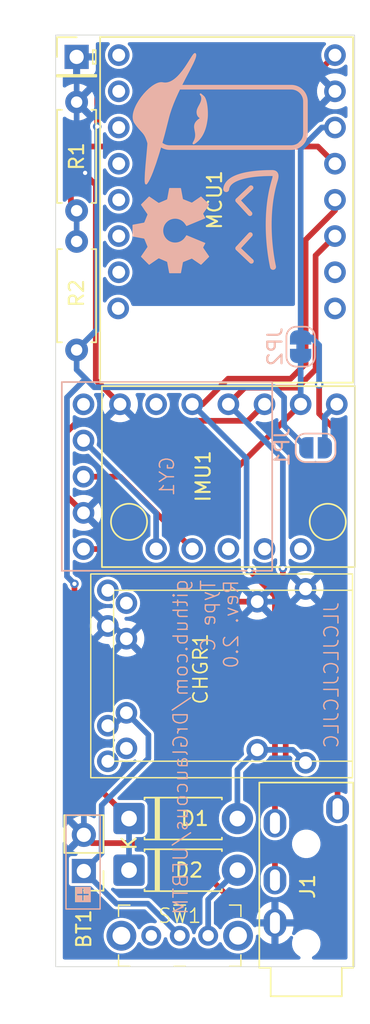
<source format=kicad_pcb>
(kicad_pcb (version 20241229) (generator "pcbnew") (generator_version "9.0")
  (layers (0 "F.Cu" signal) (2 "B.Cu" signal) (13 "F.Paste" user) (15 "B.Paste" user) (5 "F.SilkS" user "F.Silkscreen") (7 "B.SilkS" user "B.Silkscreen") (1 "F.Mask" user) (3 "B.Mask" user) (25 "Edge.Cuts" user))
  (net 0 "")
  (net 1 "SDA_1")
  (net 2 "ESP32_3V3")
  (net 3 "SCL_1")
  (net 4 "GND")
  (net 5 "+BATT")
  (net 6 "/5_VIN_LX")
  (net 9 "ESP32_5V5")
  (net 10 "Net-(D2-A)")
  (net 11 "Net-(GY1-VIN)")
  (net 12 "Net-(GY1-SCL)")
  (net 13 "Net-(GY1-SDA)")
  (net 19 "Net-(IMU1-VIN)")
  (net 26 "BATTERY_READER")
  (footprint "Connector_PinHeader_2.54mm:PinHeader_1x01_P2.54mm_Vertical" (layer "F.Cu") (at 106.553 25.908)
    (property "Reference" "BT-2" (hide yes))
    (property "Value" "Battery anode")
  )
  (footprint "My_Library:SK12D07VG4" (layer "F.Cu") (at 113.8 87.6)
    (property "Reference" "SW1")
    (property "Value" "SW_SPDT")
  )
  (footprint "My_Library:GY-BMI160" (layer "F.Cu") (at 117.221 55.372 -90)
    (property "Reference" "IMU1")
    (property "Value" "~")
  )
  (footprint "My_Library:PJ-320A" (layer "F.Cu") (at 120.494 91.85 90)
    (property "Reference" "J1")
    (property "Value" "TRRS Connector 3.5")
  )
  (footprint "Diode_THT:D_DO-41_SOD81_P7.62mm_Horizontal" (layer "F.Cu") (at 110.236 83)
    (property "Reference" "D2")
    (property "Value" "D_1N5817")
  )
  (footprint "Resistor_THT:R_Axial_DIN0207_L6.3mm_D2.5mm_P7.62mm_Horizontal" (layer "F.Cu") (at 106.553 38.862 -90)
    (property "Reference" "R2")
    (property "Value" "200K")
  )
  (footprint "My_Library:LX-LBES-Big" (layer "F.Cu") (at 107.49598 76.556462 180)
    (property "Reference" "CHGR2" (hide yes))
    (property "Value" "~")
  )
  (footprint "My_Library:LX_LBES" (layer "F.Cu") (at 109.15 75.35 180)
    (property "Reference" "CHGR1" (hide yes))
    (property "Value" "~" (hide yes))
  )
  (footprint "Connector_PinHeader_2.54mm:PinHeader_1x02_P2.54mm_Vertical" (layer "F.Cu") (at 107.061 83.058 180)
    (property "Reference" "BT1")
    (property "Value" "Battery")
  )
  (footprint "Diode_THT:D_DO-41_SOD81_P7.62mm_Horizontal" (layer "F.Cu") (at 110.236 79.375)
    (property "Reference" "D1")
    (property "Value" "D_1N5817 / 4.8v Zener?")
  )
  (footprint "Resistor_THT:R_Axial_DIN0207_L6.3mm_D2.5mm_P7.62mm_Horizontal" (layer "F.Cu") (at 106.553 29.083 -90)
    (property "Reference" "R1")
    (property "Value" "200K")
  )
  (footprint "Espressif:ESP32-C3-Mini-V1" (layer "F.Cu") (at 117.094 35.945)
    (property "Reference" "MCU1")
    (property "Value" "~")
  )
  (footprint "My_Library:GY-271" (layer "B.Cu") (at 112.036656 55.377212)
    (property "Reference" "GY1")
    (property "Value" "~")
  )
  (footprint "Jumper:SolderJumper-2_P1.3mm_Bridged_RoundedPad1.0x1.5mm" (layer "B.Cu") (at 122.3 46.25 -90)
    (property "Reference" "JP2")
    (property "Value" "3v3 in")
  )
  (footprint "Jumper:SolderJumper-2_P1.3mm_Open_RoundedPad1.0x1.5mm" (layer "B.Cu") (at 123.35 53.35 180)
    (property "Reference" "JP1")
    (property "Value" "5v in")
  )
  (gr_line (start 117.877592 35.978453) (end 118.811749 35.093462) (stroke (width 0.334821)) (layer "B.SilkS"))
  (gr_curve (pts (xy 120.286733 34.061046) (xy 120.016933 34.067044) (xy 117.18779 34.014117) (xy 117.06635 35.191867)) (stroke (width 0.417912)) (layer "B.SilkS"))
  (gr_poly (pts (xy 110.480472 37.7242) (xy 110.480599 37.722501) (xy 110.480807 37.72081) (xy 110.481095 37.71913) (xy 110.481461 37.717464) (xy 110.481903 37.715813) (xy 110.482418 37.71418) (xy 110.483004 37.712568) (xy 110.48366 37.710979) (xy 110.484383 37.709417) (xy 110.486023 37.70638) (xy 110.487906 37.703476) (xy 110.490017 37.700728) (xy 110.492339 37.698153) (xy 110.494854 37.695774) (xy 110.497547 37.69361) (xy 110.498955 37.692616) (xy 110.5004 37.691682) (xy 110.501882 37.690813) (xy 110.503398 37.69001) (xy 110.504945 37.689276) (xy 110.506522 37.688614) (xy 110.508127 37.688025) (xy 110.509758 37.687514) (xy 110.511411 37.687081) (xy 110.513087 37.686731) (xy 111.273193 37.545241) (xy 111.276563 37.544456) (xy 111.279946 37.543373) (xy 111.28332 37.542013) (xy 111.286662 37.540393) (xy 111.28995 37.538533) (xy 111.293162 37.536453) (xy 111.296275 37.534171) (xy 111.299268 37.531706) (xy 111.302117 37.529078) (xy 111.304801 37.526306) (xy 111.307298 37.523409) (xy 111.309584 37.520406) (xy 111.311639 37.517316) (xy 111.313439 37.514158) (xy 111.314962 37.510951) (xy 111.316186 37.507716) (xy 111.524713 36.998381) (xy 111.526114 36.995215) (xy 111.527283 36.991858) (xy 111.528223 36.988341) (xy 111.528936 36.984692) (xy 111.529424 36.98094) (xy 111.52969 36.977116) (xy 111.529736 36.973248) (xy 111.529563 36.969366) (xy 111.529174 36.965498) (xy 111.528572 36.961675) (xy 111.527758 36.957926) (xy 111.526734 36.954279) (xy 111.525504 36.950765) (xy 111.524068 36.947411) (xy 111.522429 36.944249) (xy 111.52059 36.941306) (xy 111.084814 36.306436) (xy 111.083881 36.305009) (xy 111.083021 36.303539) (xy 111.082233 36.30203) (xy 111.081517 36.300484) (xy 111.080873 36.298906) (xy 111.080301 36.297297) (xy 111.079368 36.294004) (xy 111.078718 36.290631) (xy 111.078348 36.287205) (xy 111.078255 36.28375) (xy 111.078438 36.280295) (xy 111.078893 36.276864) (xy 111.079619 36.273483) (xy 111.080614 36.27018) (xy 111.081875 36.266979) (xy 111.083399 36.263907) (xy 111.08426 36.262428) (xy 111.085185 36.260991) (xy 111.086175 36.259599) (xy 111.08723 36.258255) (xy 111.088349 36.256964) (xy 111.089532 36.255728) (xy 111.624333 35.721001) (xy 111.625576 35.719826) (xy 111.626874 35.718714) (xy 111.628223 35.717666) (xy 111.629621 35.716682) (xy 111.631063 35.715763) (xy 111.632548 35.714909) (xy 111.63407 35.71412) (xy 111.635628 35.713397) (xy 111.637218 35.712739) (xy 111.638836 35.712147) (xy 111.642146 35.711162) (xy 111.645531 35.710443) (xy 111.648966 35.709992) (xy 111.652425 35.709812) (xy 111.655882 35.709905) (xy 111.65931 35.710271) (xy 111.662684 35.710914) (xy 111.664343 35.71134) (xy 111.665978 35.711836) (xy 111.667586 35.712402) (xy 111.669165 35.713038) (xy 111.670711 35.713745) (xy 111.67222 35.714522) (xy 111.67369 35.715371) (xy 111.675117 35.716291) (xy 112.299275 36.144349) (xy 112.302228 36.146198) (xy 112.305395 36.147837) (xy 112.308747 36.149266) (xy 112.312256 36.150483) (xy 112.315892 36.151486) (xy 112.319627 36.152274) (xy 112.323432 36.152845) (xy 112.327279 36.153197) (xy 112.33114 36.153329) (xy 112.334984 36.153239) (xy 112.338785 36.152925) (xy 112.342513 36.152386) (xy 112.34614 36.151619) (xy 112.349637 36.150625) (xy 112.352974 36.1494) (xy 112.356125 36.147943) (xy 112.881638 35.922711) (xy 112.883251 35.922103) (xy 112.88486 35.921418) (xy 112.888055 35.919831) (xy 112.891202 35.917973) (xy 112.894282 35.915865) (xy 112.897276 35.913531) (xy 112.900165 35.910992) (xy 112.90293 35.90827) (xy 112.90555 35.905387) (xy 112.908007 35.902366) (xy 112.910282 35.899228) (xy 112.912354 35.895996) (xy 112.914206 35.892691) (xy 112.915817 35.889336) (xy 112.917168 35.885954) (xy 112.91774 35.884259) (xy 112.91824 35.882565) (xy 112.918666 35.880876) (xy 112.919014 35.879193) (xy 113.05571 35.144479) (xy 113.055636 35.144556) (xy 113.055994 35.142887) (xy 113.056433 35.14124) (xy 113.05695 35.139615) (xy 113.057543 35.138016) (xy 113.058209 35.136444) (xy 113.058947 35.134901) (xy 113.059753 35.133391) (xy 113.060625 35.131913) (xy 113.06156 35.130472) (xy 113.062557 35.129068) (xy 113.063612 35.127704) (xy 113.064724 35.126383) (xy 113.065889 35.125106) (xy 113.067106 35.123875) (xy 113.068371 35.122692) (xy 113.069683 35.12156) (xy 113.071038 35.120481) (xy 113.072435 35.119456) (xy 113.073871 35.118489) (xy 113.075343 35.11758) (xy 113.07685 35.116733) (xy 113.078388 35.115948) (xy 113.079955 35.115229) (xy 113.081548 35.114578) (xy 113.083166 35.113996) (xy 113.084805 35.113486) (xy 113.086464 35.113049) (xy 113.08814 35.112689) (xy 113.089829 35.112406) (xy 113.091531 35.112204) (xy 113.093242 35.112083) (xy 113.094959 35.112048) (xy 113.85132 35.112123) (xy 113.853025 35.112166) (xy 113.854725 35.112293) (xy 113.856417 35.112501) (xy 113.8581 35.112789) (xy 113.85977 35.113155) (xy 113.861425 35.113596) (xy 113.863062 35.114111) (xy 113.864678 35.114697) (xy 113.86784 35.116075) (xy 113.870888 35.117713) (xy 113.873802 35.119594) (xy 113.876562 35.121702) (xy 113.879146 35.124019) (xy 113.881534 35.12653) (xy 113.883704 35.129217) (xy 113.884701 35.130621) (xy 113.885636 35.132063) (xy 113.886507 35.13354) (xy 113.88731 35.135052) (xy 113.888043 35.136594) (xy 113.888703 35.138166) (xy 113.889289 35.139765) (xy 113.889796 35.141389) (xy 113.890223 35.143037) (xy 113.890568 35.144705) (xy 114.023969 35.861368) (xy 114.024318 35.863056) (xy 114.024744 35.864748) (xy 114.025821 35.86813) (xy 114.027181 35.871495) (xy 114.028803 35.87482) (xy 114.030668 35.878085) (xy 114.032756 35.881268) (xy 114.035049 35.884347) (xy 114.037526 35.887303) (xy 114.040169 35.890112) (xy 114.042956 35.892755) (xy 114.04587 35.89521) (xy 114.04889 35.897454) (xy 114.051997 35.899468) (xy 114.055172 35.90123) (xy 114.058394 35.902719) (xy 114.061644 35.903913) (xy 114.620714 36.127645) (xy 114.623892 36.129019) (xy 114.627258 36.130165) (xy 114.630782 36.131085) (xy 114.634434 36.131782) (xy 114.638187 36.132256) (xy 114.642011 36.132511) (xy 114.645878 36.132548) (xy 114.649757 36.132371) (xy 114.65362 36.131979) (xy 114.657439 36.131377) (xy 114.661184 36.130566) (xy 114.664827 36.129547) (xy 114.668337 36.128324) (xy 114.671687 36.126899) (xy 114.674847 36.125272) (xy 114.677789 36.123447) (xy 115.271088 35.716353) (xy 115.272522 35.71542) (xy 115.273998 35.71456) (xy 115.275513 35.713772) (xy 115.277064 35.713056) (xy 115.278648 35.712412) (xy 115.280262 35.71184) (xy 115.283564 35.710907) (xy 115.286945 35.710257) (xy 115.290379 35.709887) (xy 115.293841 35.709794) (xy 115.297304 35.709976) (xy 115.300742 35.710432) (xy 115.30413 35.711158) (xy 115.307441 35.712152) (xy 115.31065 35.713412) (xy 115.313731 35.714935) (xy 115.315216 35.715795) (xy 115.316658 35.71672) (xy 115.318056 35.71771) (xy 115.319405 35.718764) (xy 115.320703 35.719882) (xy 115.321947 35.721064) (xy 115.856747 36.255872) (xy 115.857916 36.257101) (xy 115.859022 36.258387) (xy 115.860065 36.259724) (xy 115.861045 36.261111) (xy 115.86196 36.262543) (xy 115.862811 36.264017) (xy 115.863598 36.265531) (xy 115.86432 36.267081) (xy 115.864977 36.268664) (xy 115.865569 36.270276) (xy 115.866555 36.273575) (xy 115.867276 36.276953) (xy 115.86773 36.280383) (xy 115.867914 36.28384) (xy 115.867827 36.287297) (xy 115.867465 36.290728) (xy 115.866827 36.294106) (xy 115.866404 36.295768) (xy 115.865911 36.297407) (xy 115.865347 36.29902) (xy 115.864713 36.300604) (xy 115.864008 36.302155) (xy 115.863232 36.30367) (xy 115.862385 36.305146) (xy 115.861466 36.306579) (xy 115.461415 36.889321) (xy 115.45959 36.892244) (xy 115.457989 36.895378) (xy 115.456614 36.898693) (xy 115.455466 36.90216) (xy 115.454545 36.905751) (xy 115.453851 36.909437) (xy 115.453384 36.913189) (xy 115.453147 36.916979) (xy 115.453138 36.920778) (xy 115.453359 36.924556) (xy 115.45381 36.928286) (xy 115.454492 36.931938) (xy 115.455405 36.935484) (xy 115.456549 36.938895) (xy 115.457926 36.942143) (xy 115.459536 36.945198) (xy 115.596756 37.202187) (xy 115.597484 37.203725) (xy 115.598125 37.205276) (xy 115.598678 37.206837) (xy 115.599147 37.208405) (xy 115.59953 37.209978) (xy 115.599829 37.211552) (xy 115.600046 37.213126) (xy 115.60018 37.214697) (xy 115.600233 37.216262) (xy 115.600206 37.217818) (xy 115.600101 37.219362) (xy 115.599916 37.220893) (xy 115.599655 37.222407) (xy 115.599317 37.223901) (xy 115.598904 37.225373) (xy 115.598416 37.226821) (xy 115.597855 37.228241) (xy 115.597221 37.229631) (xy 115.596515 37.230988) (xy 115.595739 37.23231) (xy 115.594893 37.233593) (xy 115.593978 37.234836) (xy 115.592995 37.236035) (xy 115.591945 37.237189) (xy 115.590829 37.238293) (xy 115.589649 37.239346) (xy 115.588404 37.240344) (xy 115.587095 37.241286) (xy 115.585725 37.242169) (xy 115.584293 37.242989) (xy 115.582801 37.243744) (xy 115.581249 37.244432) (xy 114.300503 37.774288) (xy 114.29891 37.774901) (xy 114.297292 37.775433) (xy 114.295654 37.775884) (xy 114.293997 37.776257) (xy 114.292326 37.776551) (xy 114.290642 37.776768) (xy 114.287252 37.776976) (xy 114.28385 37.776887) (xy 114.28046 37.776511) (xy 114.277109 37.775855) (xy 114.273819 37.774927) (xy 114.270614 37.773737) (xy 114.267521 37.77229) (xy 114.264562 37.770597) (xy 114.261762 37.768665) (xy 114.259146 37.766502) (xy 114.257914 37.765337) (xy 114.256737 37.764117) (xy 114.255618 37.762843) (xy 114.254561 37.761517) (xy 114.253567 37.760139) (xy 114.252641 37.75871) (xy 114.213243 37.69437) (xy 114.210284 37.689744) (xy 114.206908 37.684803) (xy 114.203191 37.679642) (xy 114.199206 37.674352) (xy 114.195029 37.669027) (xy 114.190733 37.66376) (xy 114.186393 37.658645) (xy 114.182085 37.653773) (xy 114.152935 37.611198) (xy 114.121287 37.570565) (xy 114.08725 37.531986) (xy 114.050935 37.49557) (xy 114.012451 37.46143) (xy 113.971908 37.429676) (xy 113.929418 37.400419) (xy 113.885089 37.37377) (xy 113.839031 37.349841) (xy 113.815389 37.338931) (xy 113.791356 37.328742) (xy 113.766945 37.319288) (xy 113.742172 37.310584) (xy 113.717049 37.302643) (xy 113.69159 37.295479) (xy 113.665809 37.289106) (xy 113.63972 37.283537) (xy 113.613336 37.278787) (xy 113.586672 37.27487) (xy 113.55974 37.271799) (xy 113.532555 37.269588) (xy 113.505131 37.268251) (xy 113.477481 37.267803) (xy 113.434434 37.268891) (xy 113.391952 37.27212) (xy 113.350088 37.277439) (xy 113.308894 37.284794) (xy 113.268423 37.294132) (xy 113.228728 37.305402) (xy 113.18986 37.31855) (xy 113.151873 37.333524) (xy 113.114819 37.350272) (xy 113.07875 37.368741) (xy 113.04372 37.388878) (xy 113.00978 37.410631) (xy 112.976984 37.433948) (xy 112.945383 37.458775) (xy 112.915031 37.48506) (xy 112.88598 37.512751) (xy 112.858282 37.541795) (xy 112.831991 37.572139) (xy 112.807158 37.603732) (xy 112.783836 37.63652) (xy 112.762078 37.67045) (xy 112.741936 37.705471) (xy 112.723463 37.74153) (xy 112.706711 37.778574) (xy 112.691734 37.81655) (xy 112.678583 37.855407) (xy 112.66731 37.895091) (xy 112.65797 37.93555) (xy 112.650614 37.976731) (xy 112.645294 38.018582) (xy 112.642064 38.061051) (xy 112.640975 38.104084) (xy 112.642064 38.147117) (xy 112.645294 38.189586) (xy 112.650614 38.231437) (xy 112.65797 38.272618) (xy 112.66731 38.313077) (xy 112.678583 38.352761) (xy 112.691734 38.391618) (xy 112.706711 38.429594) (xy 112.723463 38.466638) (xy 112.741936 38.502696) (xy 112.762078 38.537717) (xy 112.783836 38.571648) (xy 112.807158 38.604436) (xy 112.831991 38.636028) (xy 112.858282 38.666373) (xy 112.88598 38.695417) (xy 112.915031 38.723107) (xy 112.945383 38.749393) (xy 112.976984 38.77422) (xy 113.00978 38.797536) (xy 113.04372 38.819289) (xy 113.07875 38.839426) (xy 113.114819 38.857895) (xy 113.151873 38.874643) (xy 113.18986 38.889617) (xy 113.228728 38.902766) (xy 113.268423 38.914035) (xy 113.308894 38.923374) (xy 113.350088 38.930729) (xy 113.391952 38.936047) (xy 113.434434 38.939277) (xy 113.477481 38.940365) (xy 113.532555 38.93858) (xy 113.586672 38.933298) (xy 113.63972 38.92463) (xy 113.69159 38.912689) (xy 113.742172 38.897583) (xy 113.791356 38.879426) (xy 113.839031 38.858327) (xy 113.885089 38.834397) (xy 113.929418 38.807748) (xy 113.971908 38.778491) (xy 114.012451 38.746737) (xy 114.050935 38.712597) (xy 114.08725 38.676182) (xy 114.121287 38.637602) (xy 114.152935 38.596969) (xy 114.182085 38.554395) (xy 114.186416 38.549501) (xy 114.190766 38.544374) (xy 114.195064 38.539103) (xy 114.199237 38.533778) (xy 114.203214 38.528488) (xy 114.206922 38.523322) (xy 114.210288 38.518371) (xy 114.213243 38.513723) (xy 114.252641 38.449382) (xy 114.253567 38.447947) (xy 114.254561 38.446563) (xy 114.255619 38.445232) (xy 114.256738 38.443954) (xy 114.257915 38.442731) (xy 114.259147 38.441563) (xy 114.260431 38.440451) (xy 114.261764 38.439396) (xy 114.263142 38.4384) (xy 114.264564 38.437462) (xy 114.266025 38.436586) (xy 114.267523 38.43577) (xy 114.269054 38.435016) (xy 114.270616 38.434326) (xy 114.272206 38.433699) (xy 114.27382 38.433138) (xy 114.275456 38.432643) (xy 114.27711 38.432215) (xy 114.27878 38.431854) (xy 114.280462 38.431563) (xy 114.282153 38.431342) (xy 114.283851 38.431191) (xy 114.285552 38.431113) (xy 114.287253 38.431107) (xy 114.288951 38.431176) (xy 114.290643 38.431319) (xy 114.292326 38.431538) (xy 114.293998 38.431834) (xy 114.295654 38.432207) (xy 114.297292 38.432659) (xy 114.298909 38.433191) (xy 114.300502 38.433804) (xy 115.581177 38.963735) (xy 115.582728 38.964423) (xy 115.584221 38.965179) (xy 115.585654 38.966001) (xy 115.587027 38.966885) (xy 115.588337 38.967828) (xy 115.589586 38.968829) (xy 115.59077 38.969884) (xy 115.59189 38.970991) (xy 115.592944 38.972146) (xy 115.593932 38.973348) (xy 115.594851 38.974593) (xy 115.595702 38.975879) (xy 115.596483 38.977203) (xy 115.597193 38.978562) (xy 115.597831 38.979954) (xy 115.598396 38.981376) (xy 115.598888 38.982825) (xy 115.599304 38.984299) (xy 115.599644 38.985794) (xy 115.599908 38.987309) (xy 115.600093 38.988839) (xy 115.600199 38.990384) (xy 115.600225 38.991939) (xy 115.60017 38.993502) (xy 115.600032 38.995071) (xy 115.599812 38.996643) (xy 115.599507 38.998215) (xy 115.599117 38.999784) (xy 115.598641 39.001348) (xy 115.598077 39.002904) (xy 115.597425 39.004449) (xy 115.596683 39.00598) (xy 115.459466 39.262969) (xy 115.457869 39.266011) (xy 115.456503 39.269247) (xy 115.455368 39.272649) (xy 115.454463 39.276187) (xy 115.453788 39.279833) (xy 115.453343 39.283559) (xy 115.453127 39.287335) (xy 115.45314 39.291132) (xy 115.453381 39.294923) (xy 115.45385 39.298678) (xy 115.454547 39.302368) (xy 115.455471 39.305965) (xy 115.456621 39.30944) (xy 115.457998 39.312764) (xy 115.459601 39.315909) (xy 115.461429 39.318846) (xy 115.861474 39.901584) (xy 115.8624 39.903018) (xy 115.863254 39.904494) (xy 115.864036 39.906009) (xy 115.864746 39.90756) (xy 115.865385 39.909144) (xy 115.865954 39.910757) (xy 115.866879 39.914059) (xy 115.867523 39.917439) (xy 115.867889 39.920871) (xy 115.86798 39.924331) (xy 115.867797 39.92779) (xy 115.867342 39.931224) (xy 115.866619 39.934607) (xy 115.865628 39.937913) (xy 115.864374 39.941114) (xy 115.862857 39.944187) (xy 115.862 39.945666) (xy 115.86108 39.947104) (xy 115.860094 39.948496) (xy 115.859045 39.949839) (xy 115.857932 39.951131) (xy 115.856755 39.952367) (xy 115.321947 40.487168) (xy 115.320703 40.488344) (xy 115.319405 40.489457) (xy 115.318056 40.490506) (xy 115.316658 40.49149) (xy 115.315216 40.492411) (xy 115.313731 40.493267) (xy 115.312209 40.494058) (xy 115.31065 40.494783) (xy 115.30906 40.495443) (xy 115.307441 40.496038) (xy 115.30413 40.497028) (xy 115.300742 40.497752) (xy 115.297304 40.498207) (xy 115.293841 40.49839) (xy 115.290379 40.4983) (xy 115.286945 40.497934) (xy 115.285246 40.497647) (xy 115.283564 40.49729) (xy 115.281901 40.496863) (xy 115.280261 40.496366) (xy 115.278648 40.495798) (xy 115.277064 40.495159) (xy 115.275513 40.494448) (xy 115.273998 40.493666) (xy 115.272521 40.492813) (xy 115.271088 40.491887) (xy 114.677714 40.084794) (xy 114.674785 40.082955) (xy 114.671633 40.081317) (xy 114.668289 40.079882) (xy 114.664782 40.078651) (xy 114.661142 40.077627) (xy 114.657396 40.076811) (xy 114.653576 40.076207) (xy 114.64971 40.075815) (xy 114.645826 40.075638) (xy 114.641956 40.075679) (xy 114.638128 40.075938) (xy 114.63437 40.076419) (xy 114.630714 40.077123) (xy 114.627187 40.078053) (xy 114.623819 40.07921) (xy 114.620639 40.080596) (xy 114.06157 40.304332) (xy 114.059942 40.304884) (xy 114.058318 40.305515) (xy 114.056701 40.30622) (xy 114.055094 40.306997) (xy 114.051916 40.308756) (xy 114.048805 40.310771) (xy 114.04578 40.313019) (xy 114.042862 40.315478) (xy 114.040069 40.318127) (xy 114.037423 40.320943) (xy 114.034943 40.323905) (xy 114.032648 40.326991) (xy 114.03056 40.330179) (xy 114.028696 40.333446) (xy 114.027078 40.336772) (xy 114.025725 40.340133) (xy 114.025155 40.341821) (xy 114.024658 40.343509) (xy 114.024237 40.345195) (xy 114.023895 40.346877) (xy 113.890494 41.063539) (xy 113.890143 41.065207) (xy 113.889711 41.066855) (xy 113.889199 41.068479) (xy 113.888611 41.070079) (xy 113.887948 41.071651) (xy 113.887214 41.073193) (xy 113.886411 41.074704) (xy 113.885541 41.076182) (xy 113.884607 41.077624) (xy 113.883611 41.079028) (xy 113.882557 41.080393) (xy 113.881446 41.081715) (xy 113.880281 41.082993) (xy 113.879064 41.084225) (xy 113.877799 41.085409) (xy 113.876487 41.086543) (xy 113.875131 41.087624) (xy 113.873734 41.088651) (xy 113.872298 41.089621) (xy 113.870826 41.090532) (xy 113.86932 41.091382) (xy 113.867783 41.09217) (xy 113.866217 41.092892) (xy 113.864625 41.093548) (xy 113.863009 41.094134) (xy 113.861371 41.094648) (xy 113.859716 41.09509) (xy 113.858044 41.095455) (xy 113.856358 41.095744) (xy 113.854662 41.095952) (xy 113.852956 41.096078) (xy 113.851245 41.096121) (xy 113.094885 41.096121) (xy 113.09318 41.096079) (xy 113.091482 41.095953) (xy 113.089791 41.095745) (xy 113.088111 41.095458) (xy 113.086444 41.095094) (xy 113.084793 41.094655) (xy 113.08316 41.094142) (xy 113.081548 41.093558) (xy 113.079959 41.092905) (xy 113.078395 41.092185) (xy 113.075356 41.090552) (xy 113.072451 41.088675) (xy 113.069699 41.086571) (xy 113.067121 41.084257) (xy 113.064737 41.081748) (xy 113.062567 41.079061) (xy 113.061568 41.077657) (xy 113.060631 41.076214) (xy 113.059758 41.074734) (xy 113.05895 41.073221) (xy 113.058212 41.071676) (xy 113.057544 41.0701) (xy 113.05695 41.068497) (xy 113.056433 41.066867) (xy 113.055994 41.065214) (xy 113.055637 41.063539) (xy 112.91894 40.328825) (xy 112.918153 40.32544) (xy 112.917071 40.322043) (xy 112.915712 40.318654) (xy 112.914097 40.315296) (xy 112.912244 40.31199) (xy 112.910172 40.308759) (xy 112.907899 40.305625) (xy 112.905445 40.302609) (xy 112.902829 40.299734) (xy 112.90007 40.297021) (xy 112.897186 40.294492) (xy 112.894197 40.29217) (xy 112.891121 40.290076) (xy 112.887977 40.288232) (xy 112.884785 40.28666) (xy 112.881564 40.285382) (xy 112.356051 40.060151) (xy 112.3529 40.058696) (xy 112.349562 40.057473) (xy 112.346066 40.056482) (xy 112.342439 40.05572) (xy 112.338711 40.055185) (xy 112.33491 40.054874) (xy 112.331065 40.054786) (xy 112.327204 40.054919) (xy 112.323357 40.055271) (xy 112.319552 40.055839) (xy 112.315817 40.056621) (xy 112.312181 40.057616) (xy 112.308673 40.058821) (xy 112.305321 40.060235) (xy 112.302155 40.061854) (xy 112.299201 40.063678) (xy 111.675117 40.491811) (xy 111.67369 40.492744) (xy 111.67222 40.493603) (xy 111.670711 40.49439) (xy 111.669165 40.495105) (xy 111.667587 40.495747) (xy 111.665978 40.496318) (xy 111.662684 40.497246) (xy 111.65931 40.497892) (xy 111.655882 40.498257) (xy 111.652426 40.498346) (xy 111.648967 40.498159) (xy 111.645532 40.4977) (xy 111.642146 40.496972) (xy 111.638836 40.495977) (xy 111.635628 40.494718) (xy 111.632548 40.493197) (xy 111.631064 40.49234) (xy 111.629621 40.491418) (xy 111.628224 40.490432) (xy 111.626875 40.489382) (xy 111.625577 40.488269) (xy 111.624333 40.487092) (xy 111.089533 39.952367) (xy 111.088357 39.951131) (xy 111.087244 39.949839) (xy 111.086195 39.948496) (xy 111.08521 39.947104) (xy 111.08429 39.945667) (xy 111.083434 39.944187) (xy 111.082643 39.942669) (xy 111.081917 39.941115) (xy 111.081257 39.939528) (xy 111.080663 39.937913) (xy 111.079672 39.934608) (xy 111.078949 39.931225) (xy 111.078494 39.92779) (xy 111.078311 39.924331) (xy 111.078401 39.920872) (xy 111.078767 39.917439) (xy 111.079054 39.915741) (xy 111.079411 39.914059) (xy 111.079838 39.912397) (xy 111.080335 39.910757) (xy 111.080903 39.909144) (xy 111.081542 39.90756) (xy 111.082253 39.906009) (xy 111.083035 39.904494) (xy 111.083888 39.903018) (xy 111.084814 39.901584) (xy 111.520594 39.266714) (xy 111.522432 39.263784) (xy 111.524067 39.260633) (xy 111.525499 39.25729) (xy 111.526725 39.253783) (xy 111.527744 39.250142) (xy 111.528553 39.246397) (xy 111.529151 39.242576) (xy 111.529536 39.23871) (xy 111.529706 39.234827) (xy 111.529658 39.230957) (xy 111.529392 39.227128) (xy 111.528906 39.223371) (xy 111.528197 39.219714) (xy 111.527264 39.216187) (xy 111.526104 39.212819) (xy 111.524717 39.209639) (xy 111.316189 38.700229) (xy 111.315616 38.698609) (xy 111.314965 38.696994) (xy 111.31424 38.695386) (xy 111.313442 38.693788) (xy 111.311643 38.69063) (xy 111.309589 38.68754) (xy 111.307302 38.684538) (xy 111.304806 38.681641) (xy 111.302121 38.678869) (xy 111.299272 38.676242) (xy 111.296279 38.673778) (xy 111.293166 38.671496) (xy 111.289953 38.669416) (xy 111.286665 38.667556) (xy 111.283323 38.665936) (xy 111.279949 38.664574) (xy 111.276565 38.663491) (xy 111.274877 38.663059) (xy 111.273195 38.662704) (xy 110.513012 38.521289) (xy 110.511343 38.520938) (xy 110.509696 38.520506) (xy 110.508071 38.519994) (xy 110.506472 38.519406) (xy 110.5049 38.518744) (xy 110.503358 38.51801) (xy 110.501846 38.517207) (xy 110.500369 38.516337) (xy 110.498927 38.515404) (xy 110.497523 38.514409) (xy 110.496158 38.513355) (xy 110.494836 38.512245) (xy 110.493557 38.511081) (xy 110.492325 38.509866) (xy 110.491141 38.508602) (xy 110.490008 38.507292) (xy 110.488926 38.505938) (xy 110.4879 38.504543) (xy 110.48693 38.50311) (xy 110.486019 38.50164) (xy 110.485168 38.500137) (xy 110.484381 38.498603) (xy 110.483658 38.49704) (xy 110.483003 38.495452) (xy 110.482417 38.49384) (xy 110.481902 38.492207) (xy 110.481461 38.490556) (xy 110.481095 38.488889) (xy 110.480807 38.487209) (xy 110.480599 38.485519) (xy 110.480472 38.48382) (xy 110.48043 38.482116) (xy 110.48043 37.725904)) (fill yes) (layer "B.SilkS"))
  (gr_line (start 118.836331 40.255982) (end 117.877592 39.346408) (stroke (width 0.334821)) (layer "B.SilkS"))
  (gr_rect (start 105.804 79.125) (end 108.204 85.725) (stroke (width 0.1)) (fill no) (layer "B.SilkS"))
  (gr_poly (pts (xy 110.549368 30.05557) (xy 110.561534 29.946188) (xy 110.5835 29.8332) (xy 110.614679 29.717259) (xy 110.654483 29.59902) (xy 110.702326 29.479135) (xy 110.757618 29.358258) (xy 110.819773 29.237041) (xy 110.96232 28.996206) (xy 111.125267 28.761857) (xy 111.303913 28.539221) (xy 111.493557 28.333524) (xy 111.689499 28.149994) (xy 111.887038 27.993859) (xy 111.984937 27.927698) (xy 112.081474 27.870346) (xy 112.176059 27.822455) (xy 112.268105 27.784681) (xy 112.357026 27.757675) (xy 112.442232 27.742092) (xy 112.523138 27.738584) (xy 112.599154 27.747806) (xy 112.715198 27.764441) (xy 112.829523 27.764751) (xy 112.942018 27.749857) (xy 113.052569 27.720882) (xy 113.161065 27.678946) (xy 113.267392 27.62517) (xy 113.371439 27.560675) (xy 113.473093 27.486583) (xy 113.572241 27.404014) (xy 113.668771 27.314091) (xy 113.762571 27.217933) (xy 113.853527 27.116663) (xy 114.02646 26.90327) (xy 114.186671 26.68288) (xy 114.33326 26.464464) (xy 114.465326 26.25699) (xy 114.682291 25.910747) (xy 114.76539 25.789917) (xy 114.830368 25.715908) (xy 114.855779 25.699264) (xy 114.876323 25.697689) (xy 114.891886 25.712304) (xy 114.902356 25.74423) (xy 114.902355 25.74423) (xy 114.905509 25.790166) (xy 114.899534 25.845826) (xy 114.884934 25.910852) (xy 114.86221 25.984886) (xy 114.794406 26.158546) (xy 114.700145 26.36394) (xy 114.448343 26.858473) (xy 114.138988 27.445569) (xy 113.804263 28.102311) (xy 113.637445 28.449638) (xy 113.476353 28.805782) (xy 113.325011 29.167879) (xy 113.187441 29.533065) (xy 113.067667 29.898475) (xy 113.01571 30.080369) (xy 112.969711 30.261244) (xy 112.701401 31.311378) (xy 112.516284 31.97912) (xy 112.309983 32.676746) (xy 112.092092 33.355331) (xy 111.872203 33.96595) (xy 111.764507 34.230482) (xy 111.65991 34.459676) (xy 111.55961 34.647416) (xy 111.464806 34.787586) (xy 111.44491 34.805144) (xy 111.428416 34.804528) (xy 111.415138 34.78687) (xy 111.404885 34.753303) (xy 111.392704 34.64297) (xy 111.390365 34.482589) (xy 111.40918 34.047927) (xy 111.449266 33.521799) (xy 111.544985 32.485069) (xy 111.576488 32.119432) (xy 111.582872 32.006506) (xy 111.581 31.952256) (xy 111.534359 31.804009) (xy 111.488911 31.676722) (xy 111.444081 31.567591) (xy 111.399295 31.473812) (xy 111.353977 31.392583) (xy 111.307555 31.321099) (xy 111.259452 31.256558) (xy 111.209094 31.196156) (xy 110.973624 30.939867) (xy 110.903374 30.858107) (xy 110.827422 30.763667) (xy 110.745193 30.653741) (xy 110.656112 30.525526) (xy 110.610462 30.443974) (xy 110.57755 30.355549) (xy 110.556789 30.260904) (xy 110.547591 30.160694)) (stroke (width 0.114152)) (fill yes) (layer "B.SilkS"))
  (gr_poly (pts (xy 112.095301 28.984204) (xy 112.099161 28.933437) (xy 112.105518 28.883407) (xy 112.11431 28.834179) (xy 112.125472 28.785814) (xy 112.138943 28.738376) (xy 112.15466 28.691927) (xy 112.172559 28.646531) (xy 112.192578 28.602249) (xy 112.214655 28.559146) (xy 112.238725 28.517283) (xy 112.264728 28.476723) (xy 112.292599 28.43753) (xy 112.322276 28.399765) (xy 112.353696 28.363493) (xy 112.386796 28.328775) (xy 112.421514 28.295674) (xy 112.457787 28.264254) (xy 112.495551 28.234577) (xy 112.534744 28.206706) (xy 112.575304 28.180704) (xy 112.617167 28.156633) (xy 112.660271 28.134557) (xy 112.704552 28.114538) (xy 112.749949 28.096638) (xy 112.796398 28.080922) (xy 112.843836 28.067451) (xy 112.8922 28.056288) (xy 112.941429 28.047497) (xy 112.991458 28.04114) (xy 113.042226 28.037279) (xy 113.093668 28.035979) (xy 121.63806 28.035979) (xy 121.689502 28.037279) (xy 121.74027 28.04114) (xy 121.790299 28.047497) (xy 121.839528 28.056288) (xy 121.887892 28.067451) (xy 121.93533 28.080922) (xy 121.981779 28.096638) (xy 122.027176 28.114538) (xy 122.071457 28.134557) (xy 122.114561 28.156633) (xy 122.156424 28.180704) (xy 122.196984 28.206706) (xy 122.236177 28.234577) (xy 122.273942 28.264254) (xy 122.310214 28.295674) (xy 122.344932 28.328775) (xy 122.378032 28.363493) (xy 122.409453 28.399765) (xy 122.43913 28.43753) (xy 122.467001 28.476723) (xy 122.493003 28.517283) (xy 122.517074 28.559146) (xy 122.53915 28.602249) (xy 122.55917 28.646531) (xy 122.577069 28.691927) (xy 122.592785 28.738376) (xy 122.606256 28.785814) (xy 122.617419 28.834179) (xy 122.62621 28.883407) (xy 122.632567 28.933437) (xy 122.636428 28.984204) (xy 122.637729 29.035647) (xy 122.637729 31.275) (xy 122.636428 31.326443) (xy 122.632567 31.37721) (xy 122.62621 31.427239) (xy 122.617419 31.476468) (xy 122.606256 31.524832) (xy 122.592785 31.57227) (xy 122.577069 31.618719) (xy 122.55917 31.664116) (xy 122.53915 31.708397) (xy 122.517074 31.751501) (xy 122.493003 31.793364) (xy 122.467001 31.833923) (xy 122.43913 31.873117) (xy 122.409453 31.910881) (xy 122.378032 31.947154) (xy 122.344932 31.981871) (xy 122.310214 32.014972) (xy 122.273942 32.046392) (xy 122.236177 32.076069) (xy 122.196984 32.10394) (xy 122.156424 32.129942) (xy 122.114561 32.154013) (xy 122.071457 32.176089) (xy 122.027176 32.196108) (xy 121.981779 32.214008) (xy 121.93533 32.229724) (xy 121.887892 32.243195) (xy 121.839528 32.254357) (xy 121.790299 32.263149) (xy 121.74027 32.269506) (xy 121.689502 32.273366) (xy 121.63806 32.274667) (xy 113.093668 32.274667) (xy 113.042226 32.273366) (xy 112.991458 32.269506) (xy 112.941429 32.263149) (xy 112.8922 32.254357) (xy 112.843836 32.243195) (xy 112.796398 32.229724) (xy 112.749949 32.214008) (xy 112.704552 32.196108) (xy 112.660271 32.176089) (xy 112.617167 32.154013) (xy 112.575304 32.129942) (xy 112.534744 32.10394) (xy 112.495551 32.076069) (xy 112.457787 32.046392) (xy 112.421514 32.014972) (xy 112.386796 31.981871) (xy 112.353696 31.947154) (xy 112.322276 31.910881) (xy 112.292599 31.873117) (xy 112.264728 31.833923) (xy 112.238725 31.793364) (xy 112.214655 31.751501) (xy 112.192578 31.708397) (xy 112.172559 31.664116) (xy 112.15466 31.618719) (xy 112.138943 31.57227) (xy 112.125472 31.524832) (xy 112.11431 31.476468) (xy 112.105518 31.427239) (xy 112.099161 31.37721) (xy 112.095301 31.326443) (xy 112.094 31.275) (xy 112.094 29.035647)) (stroke (width 0.325133)) (fill no) (layer "B.SilkS"))
  (gr_poly (pts (xy 114.760493 31.975034) (xy 114.761603 31.96962) (xy 114.763387 31.963505) (xy 114.768866 31.949276) (xy 114.7767 31.932558) (xy 114.786659 31.913562) (xy 114.798515 31.8925) (xy 114.835748 31.823315) (xy 114.866466 31.756382) (xy 114.89116 31.691599) (xy 114.910323 31.628865) (xy 114.924447 31.568074) (xy 114.934024 31.509126) (xy 114.939546 31.451917) (xy 114.941504 31.396345) (xy 114.94039 31.342306) (xy 114.936697 31.289698) (xy 114.923541 31.188365) (xy 114.887921 30.998347) (xy 114.873329 30.908019) (xy 114.868559 30.863666) (xy 114.866129 30.819716) (xy 114.866531 30.776067) (xy 114.870257 30.732615) (xy 114.877799 30.689259) (xy 114.889649 30.645894) (xy 114.906299 30.60242) (xy 114.928241 30.558732) (xy 114.955966 30.514728) (xy 114.989968 30.470306) (xy 115.030736 30.425362) (xy 115.078765 30.379794) (xy 115.134545 30.333498) (xy 115.198569 30.286373) (xy 115.215311 30.274325) (xy 115.229583 30.263218) (xy 115.241498 30.252968) (xy 115.251168 30.243492) (xy 115.258705 30.234707) (xy 115.264221 30.226532) (xy 115.26783 30.218881) (xy 115.269643 30.211673) (xy 115.269772 30.204824) (xy 115.26833 30.198251) (xy 115.265429 30.191872) (xy 115.261182 30.185604) (xy 115.2557 30.179362) (xy 115.249096 30.173065) (xy 115.232972 30.159972) (xy 115.192202 30.129465) (xy 115.169353 30.110723) (xy 115.157705 30.100189) (xy 115.146059 30.08877) (xy 115.134526 30.076382) (xy 115.123218 30.062942) (xy 115.112249 30.048367) (xy 115.10173 30.032575) (xy 115.091773 30.015482) (xy 115.082492 29.997004) (xy 115.073997 29.977061) (xy 115.066402 29.955567) (xy 115.054229 29.911742) (xy 115.045878 29.869086) (xy 115.041104 29.827511) (xy 115.039663 29.786928) (xy 115.041307 29.74725) (xy 115.045794 29.708387) (xy 115.052876 29.670252) (xy 115.062309 29.632756) (xy 115.073848 29.59581) (xy 115.087247 29.559326) (xy 115.118646 29.487392) (xy 115.154544 29.416246) (xy 115.192978 29.345181) (xy 115.231987 29.27349) (xy 115.269609 29.200466) (xy 115.303881 29.125402) (xy 115.319148 29.086884) (xy 115.332843 29.047591) (xy 115.344719 29.007435) (xy 115.354531 28.966326) (xy 115.362035 28.924178) (xy 115.366984 28.8809) (xy 115.369135 28.836406) (xy 115.368241 28.790606) (xy 115.364057 28.743413) (xy 115.356338 28.694737) (xy 115.353739 28.684017) (xy 115.350099 28.672924) (xy 115.345559 28.661563) (xy 115.340258 28.650037) (xy 115.327936 28.626913) (xy 115.314258 28.604388) (xy 115.268447 28.537016) (xy 115.264836 28.530038) (xy 115.264979 28.528604) (xy 115.266608 28.52868) (xy 115.274888 28.533777) (xy 115.290797 28.546167) (xy 115.35 28.596172) (xy 115.453202 28.685388) (xy 115.453202 28.685389) (xy 115.477108 28.708807) (xy 115.49976 28.736382) (xy 115.521179 28.767864) (xy 115.541389 28.803006) (xy 115.578263 28.883277) (xy 115.610557 28.975212) (xy 115.638444 29.076826) (xy 115.662097 29.186135) (xy 115.681691 29.301154) (xy 115.697398 29.4199) (xy 115.709394 29.540388) (xy 115.717851 29.660634) (xy 115.722943 29.778654) (xy 115.724844 29.892464) (xy 115.723727 30.000079) (xy 115.719768 30.099516) (xy 115.713138 30.18879) (xy 115.704012 30.265917) (xy 115.686637 30.387012) (xy 115.658663 30.553279) (xy 115.639008 30.6498) (xy 115.614673 30.753353) (xy 115.58498 30.862516) (xy 115.549252 30.97587) (xy 115.506811 31.091992) (xy 115.456982 31.209464) (xy 115.399086 31.326863) (xy 115.366902 31.385092) (xy 115.332447 31.442771) (xy 115.295637 31.499721) (xy 115.256387 31.555765) (xy 115.214614 31.610726) (xy 115.170231 31.664425) (xy 115.123154 31.716687) (xy 115.073299 31.767332) (xy 115.020582 31.816183) (xy 114.964917 31.863063) (xy 114.924226 31.895213) (xy 114.888646 31.922333) (xy 114.857946 31.944636) (xy 114.831897 31.962334) (xy 114.810269 31.975637) (xy 114.792833 31.984758) (xy 114.785615 31.987816) (xy 114.779359 31.989908) (xy 114.774036 31.99106) (xy 114.769617 31.991299) (xy 114.766074 31.990651) (xy 114.763379 31.989142) (xy 114.761502 31.9868) (xy 114.760414 31.98365) (xy 114.760088 31.979719)) (stroke (width 0.114152)) (fill yes) (layer "B.SilkS"))
  (gr_line (start 118.738 36.91261) (end 117.877592 35.978453) (stroke (width 0.334821)) (layer "B.SilkS"))
  (gr_curve (pts (xy 120.483397 34.552709) (xy 120.585319 34.222066) (xy 120.556532 34.055048) (xy 120.286733 34.061046)) (stroke (width 0.417912)) (layer "B.SilkS"))
  (gr_line (start 117.877592 39.346408) (end 118.762582 38.387667) (stroke (width 0.334821)) (layer "B.SilkS"))
  (gr_curve (pts (xy 120.360482 40.649311) (xy 120.360482 40.649311) (xy 119.593933 37.438515) (xy 120.483397 34.552709)) (stroke (width 0.417912)) (layer "B.SilkS"))
  (gr_rect (start 105.078 24.375) (end 126.094 89.775) (stroke (width 0.05)) (fill no) (layer "Edge.Cuts"))
  (gr_text "-" (at 108.3 26.6 90) (layer "F.SilkS" knockout) (effects (font (size 1 1) (thickness 0.1)) (justify left bottom)))
  (gr_text "CHGR1" (at 115.85 71.45 90) (layer "F.SilkS") (effects (font (size 1 1) (thickness 0.125)) (justify left bottom)))
  (gr_text "+" (at 106.299 85.217 0) (layer "F.SilkS" knockout) (effects (font (size 1 1) (thickness 0.1)) (justify left bottom)))
  (gr_text "github.com/DrGlaucous/UFBTM" (at 114.45 62.5 90) (layer "B.SilkS") (effects (font (size 1 1) (thickness 0.1)) (justify left bottom mirror)))
  (gr_text "JLCJLCJLCJLC" (at 125.05 64.1 90) (layer "B.SilkS") (effects (font (size 1 1) (thickness 0.1)) (justify left bottom mirror)))
  (gr_text "Type C\nRev. 2.0" (at 118 62.55 90) (layer "B.SilkS") (effects (font (size 1 1) (thickness 0.1)) (justify left bottom mirror)))
  (gr_text "+" (at 107.696 85.217 0) (layer "B.SilkS" knockout) (effects (font (size 1 1) (thickness 0.1)) (justify left bottom mirror)))
  (segment (start 124.714 36.686) (end 122.65 38.75) (width 0.4) (layer "F.Cu") (net 1))
  (segment (start 120.494 63.749269) (end 120.494 79.7) (width 0.4) (layer "F.Cu") (net 1))
  (segment (start 122.65 47.45) (end 121.6 48.5) (width 0.4) (layer "F.Cu") (net 1))
  (segment (start 117.2 48.5) (end 115.408 50.292) (width 0.4) (layer "F.Cu") (net 1))
  (segment (start 115.408 50.292) (end 114.681 50.292) (width 0.4) (layer "F.Cu") (net 1))
  (segment (start 122.65 38.75) (end 122.65 47.45) (width 0.4) (layer "F.Cu") (net 1))
  (segment (start 121.6 48.5) (end 117.2 48.5) (width 0.4) (layer "F.Cu") (net 1))
  (segment (start 124.714 35.945) (end 124.714 36.686) (width 0.4) (layer "F.Cu") (net 1))
  (segment (start 118.694731 61.95) (end 120.494 63.749269) (width 0.4) (layer "F.Cu") (net 1))
  (via (at 118.694731 61.95) (size 0.6) (drill 0.3) (layers "F.Cu" "B.Cu") (net 1))
  (segment (start 118.5 54.111) (end 114.681 50.292) (width 0.4) (layer "B.Cu") (net 1))
  (segment (start 118.5 61.755269) (end 118.5 54.111) (width 0.4) (layer "B.Cu") (net 1))
  (segment (start 118.694731 61.95) (end 118.5 61.755269) (width 0.4) (layer "B.Cu") (net 1))
  (segment (start 124.894 52.244) (end 123.6 50.95) (width 0.4) (layer "F.Cu") (net 2))
  (segment (start 123.6 50.95) (end 123.6 48.9) (width 0.4) (layer "F.Cu") (net 2))
  (segment (start 124.894 78.7) (end 124.894 52.244) (width 0.4) (layer "F.Cu") (net 2))
  (via (at 123.6 48.9) (size 0.6) (drill 0.3) (layers "F.Cu" "B.Cu") (net 2))
  (segment (start 123.785 30.865) (end 122.3 32.35) (width 0.4) (layer "B.Cu") (net 2))
  (segment (start 123.6 48.9) (end 123.6 46.145) (width 0.4) (layer "B.Cu") (net 2))
  (segment (start 122.3 32.35) (end 122.3 45.6) (width 0.4) (layer "B.Cu") (net 2))
  (segment (start 123.055 45.6) (end 122.3 45.6) (width 0.4) (layer "B.Cu") (net 2))
  (segment (start 124.714 30.865) (end 123.785 30.865) (width 0.4) (layer "B.Cu") (net 2))
  (segment (start 123.6 46.145) (end 123.055 45.6) (width 0.4) (layer "B.Cu") (net 2))
  (segment (start 121.05 63.455327) (end 121.25 63.655327) (width 0.4) (layer "F.Cu") (net 3))
  (segment (start 121.7 78.1) (end 121.7 80.45) (width 0.4) (layer "F.Cu") (net 3))
  (segment (start 121.05 61.8) (end 121.05 63.455327) (width 0.4) (layer "F.Cu") (net 3))
  (segment (start 120.494 81.656) (end 120.494 83.7) (width 0.4) (layer "F.Cu") (net 3))
  (segment (start 124.714 38.485) (end 123.35 39.849) (width 0.4) (layer "F.Cu") (net 3))
  (segment (start 121.7 80.45) (end 120.494 81.656) (width 0.4) (layer "F.Cu") (net 3))
  (segment (start 121.25 77.65) (end 121.7 78.1) (width 0.4) (layer "F.Cu") (net 3))
  (segment (start 122.071 49.129) (end 118.371 49.129) (width 0.4) (layer "F.Cu") (net 3))
  (segment (start 123.35 39.849) (end 123.35 47.85) (width 0.4) (layer "F.Cu") (net 3))
  (segment (start 121.25 63.655327) (end 121.25 77.65) (width 0.4) (layer "F.Cu") (net 3))
  (segment (start 117.221 50.279) (end 117.221 50.292) (width 0.4) (layer "F.Cu") (net 3))
  (segment (start 118.371 49.129) (end 117.221 50.279) (width 0.4) (layer "F.Cu") (net 3))
  (segment (start 123.35 47.85) (end 122.071 49.129) (width 0.4) (layer "F.Cu") (net 3))
  (via (at 121.05 61.8) (size 0.6) (drill 0.3) (layers "F.Cu" "B.Cu") (net 3))
  (segment (start 121.05 61.8) (end 121.05 54.121) (width 0.4) (layer "B.Cu") (net 3))
  (segment (start 121.05 54.121) (end 117.221 50.292) (width 0.4) (layer "B.Cu") (net 3))
  (segment (start 119.052024 86.7) (end 113.452024 81.1) (width 0.4) (layer "F.Cu") (net 4))
  (segment (start 105.873656 52.226344) (end 105.873656 56.754212) (width 0.4) (layer "F.Cu") (net 4))
  (segment (start 106.639788 51.460212) (end 105.873656 52.226344) (width 0.4) (layer "F.Cu") (net 4))
  (segment (start 107.15 34.15) (end 107.9 34.9) (width 0.4) (layer "F.Cu") (net 4))
  (segment (start 109.601 50.292) (end 108.432788 51.460212) (width 0.4) (layer "F.Cu") (net 4))
  (segment (start 118.598 51.455) (end 110.764 51.455) (width 0.4) (layer "F.Cu") (net 4))
  (segment (start 105.873656 56.754212) (end 107.036656 57.917212) (width 0.4) (layer "F.Cu") (net 4))
  (segment (start 112.65 64.15) (end 110.05 66.75) (width 0.4) (layer "F.Cu") (net 4))
  (segment (start 119.761 50.292) (end 118.598 51.455) (width 0.4) (layer "F.Cu") (net 4))
  (segment (start 107.9 34.9) (end 107.9 48.591) (width 0.4) (layer "F.Cu") (net 4))
  (segment (start 113.452024 81.1) (end 107.643 81.1) (width 0.4) (layer "F.Cu") (net 4))
  (segment (start 119.25 64.15) (end 112.65 64.15) (width 0.4) (layer "F.Cu") (net 4))
  (segment (start 107.643 81.1) (end 107.061 80.518) (width 0.4) (layer "F.Cu") (net 4))
  (segment (start 107.9 48.591) (end 109.601 50.292) (width 0.4) (layer "F.Cu") (net 4))
  (segment (start 107.15 34.05) (end 107.15 34.15) (width 0.4) (layer "F.Cu") (net 4))
  (segment (start 110.764 51.455) (end 109.601 50.292) (width 0.4) (layer "F.Cu") (net 4))
  (segment (start 108.432788 51.460212) (end 106.639788 51.460212) (width 0.4) (layer "F.Cu") (net 4))
  (segment (start 120.494 86.7) (end 119.052024 86.7) (width 0.4) (layer "F.Cu") (net 4))
  (via (at 107.15 34.05) (size 0.6) (drill 0.3) (layers "F.Cu" "B.Cu") (net 4))
  (segment (start 107.58298 62.874731) (end 107.58298 64.693462) (width 0.4) (layer "B.Cu") (net 4))
  (segment (start 107.036656 57.917212) (end 108.199656 59.080212) (width 0.4) (layer "B.Cu") (net 4))
  (segment (start 106.553 25.908) (end 106.553 29.083) (width 0.4) (layer "B.Cu") (net 4))
  (segment (start 107.061 67.541442) (end 108.74598 65.856462) (width 0.4) (layer "B.Cu") (net 4))
  (segment (start 108.74598 65.856462) (end 109.156462 65.856462) (width 0.4) (layer "B.Cu") (net 4))
  (segment (start 108.199656 59.080212) (end 108.199656 62.258055) (width 0.4) (layer "B.Cu") (net 4))
  (segment (start 119.25 64.15) (end 121.752442 64.15) (width 0.4) (layer "B.Cu") (net 4))
  (segment (start 121.752442 64.15) (end 122.64598 63.256462) (width 0.4) (layer "B.Cu") (net 4))
  (segment (start 124.714 28.325) (end 123.551 27.162) (width 0.4) (layer "B.Cu") (net 4))
  (segment (start 106.553 33.453) (end 106.553 29.083) (width 0.4) (layer "B.Cu") (net 4))
  (segment (start 108.199656 62.258055) (end 107.58298 62.874731) (width 0.4) (layer "B.Cu") (net 4))
  (segment (start 123.551 27.162) (end 108.474 27.162) (width 0.4) (layer "B.Cu") (net 4))
  (segment (start 107.15 34.05) (end 106.553 33.453) (width 0.4) (layer "B.Cu") (net 4))
  (segment (start 109.156462 65.856462) (end 110.05 66.75) (width 0.4) (layer "B.Cu") (net 4))
  (segment (start 107.58298 64.693462) (end 108.74598 65.856462) (width 0.4) (layer "B.Cu") (net 4))
  (segment (start 107.061 80.518) (end 107.061 67.541442) (width 0.4) (layer "B.Cu") (net 4))
  (segment (start 108.474 27.162) (end 106.553 29.083) (width 0.4) (layer "B.Cu") (net 4))
  (segment (start 111.55 85.35) (end 109.353 85.35) (width 0.4) (layer "B.Cu") (net 5))
  (segment (start 111.6 73.5) (end 110.05 71.95) (width 0.4) (layer "B.Cu") (net 5))
  (segment (start 109.143538 72.856462) (end 110.05 71.95) (width 0.4) (layer "B.Cu") (net 5))
  (segment (start 111.6 75.15) (end 111.6 73.5) (width 0.4) (layer "B.Cu") (net 5))
  (segment (start 109.353 85.35) (end 107.061 83.058) (width 0.4) (layer "B.Cu") (net 5))
  (segment (start 108.74598 72.856462) (end 109.143538 72.856462) (width 0.4) (layer "B.Cu") (net 5))
  (segment (start 108.312 78.438) (end 111.6 75.15) (width 0.4) (layer "B.Cu") (net 5))
  (segment (start 108.312 81.807) (end 108.312 78.438) (width 0.4) (layer "B.Cu") (net 5))
  (segment (start 113.8 87.6) (end 111.55 85.35) (width 0.4) (layer "B.Cu") (net 5))
  (segment (start 107.061 83.058) (end 108.312 81.807) (width 0.4) (layer "B.Cu") (net 5))
  (segment (start 117.856 75.944) (end 119.25 74.55) (width 0.4) (layer "B.Cu") (net 6))
  (segment (start 117.856 79.375) (end 117.856 75.944) (width 0.4) (layer "B.Cu") (net 6))
  (segment (start 119.25 74.55) (end 121.739518 74.55) (width 0.4) (layer "B.Cu") (net 6))
  (segment (start 121.739518 74.55) (end 122.64598 75.456462) (width 0.4) (layer "B.Cu") (net 6))
  (segment (start 106.4 75.539) (end 106.4 62.9) (width 0.4) (layer "F.Cu") (net 9))
  (segment (start 124.714 25.785) (end 123.337 27.162) (width 0.4) (layer "F.Cu") (net 9))
  (segment (start 108 27.6) (end 108 30.8) (width 0.4) (layer "F.Cu") (net 9))
  (segment (start 110.236 79.375) (end 106.4 75.539) (width 0.4) (layer "F.Cu") (net 9))
  (segment (start 123.337 27.162) (end 108.438 27.162) (width 0.4) (layer "F.Cu") (net 9))
  (segment (start 108.438 27.162) (end 108 27.6) (width 0.4) (layer "F.Cu") (net 9))
  (via (at 108 30.8) (size 0.6) (drill 0.3) (layers "F.Cu" "B.Cu") (net 9))
  (via (at 106.4 62.9) (size 0.6) (drill 0.3) (layers "F.Cu" "B.Cu") (net 9))
  (segment (start 105.873656 62.373656) (end 106.4 62.9) (width 0.4) (layer "B.Cu") (net 9))
  (segment (start 120.427731 49.1) (end 107.789137 49.1) (width 0.4) (layer "B.Cu") (net 9))
  (segment (start 107.789137 49.1) (end 107.189137 48.5) (width 0.4) (layer "B.Cu") (net 9))
  (segment (start 110.236 83) (end 110.236 79.375) (width 0.4) (layer "B.Cu") (net 9))
  (segment (start 108 45.035) (end 106.553 46.482) (width 0.4) (layer "B.Cu") (net 9))
  (segment (start 106.553 46.482) (end 106.553 47.863863) (width 0.4) (layer "B.Cu") (net 9))
  (segment (start 106.553 47.863863) (end 107.189137 48.5) (width 0.4) (layer "B.Cu") (net 9))
  (segment (start 105.873656 49.815481) (end 105.873656 62.373656) (width 0.4) (layer "B.Cu") (net 9))
  (segment (start 122.7 53.35) (end 121.138 51.788) (width 0.4) (layer "B.Cu") (net 9))
  (segment (start 121.138 51.788) (end 121.138 49.810269) (width 0.4) (layer "B.Cu") (net 9))
  (segment (start 121.138 49.810269) (end 120.427731 49.1) (width 0.4) (layer "B.Cu") (net 9))
  (segment (start 107.189137 48.5) (end 105.873656 49.815481) (width 0.4) (layer "B.Cu") (net 9))
  (segment (start 108 30.8) (end 108 45.035) (width 0.4) (layer "B.Cu") (net 9))
  (segment (start 115.8 85.056) (end 117.856 83) (width 0.4) (layer "B.Cu") (net 10))
  (segment (start 115.8 87.6) (end 115.8 85.056) (width 0.4) (layer "B.Cu") (net 10))
  (segment (start 115 62.1) (end 115.913865 61.186135) (width 0.4) (layer "F.Cu") (net 11))
  (segment (start 115.913865 61.186135) (end 115.913865 56.679135) (width 0.4) (layer "F.Cu") (net 11))
  (segment (start 110.35 62.1) (end 115 62.1) (width 0.4) (layer "F.Cu") (net 11))
  (segment (start 115.913865 56.679135) (end 122.301 50.292) (width 0.4) (layer "F.Cu") (net 11))
  (segment (start 108.707212 60.457212) (end 110.35 62.1) (width 0.4) (layer "F.Cu") (net 11))
  (segment (start 107.036656 60.457212) (end 108.707212 60.457212) (width 0.4) (layer "F.Cu") (net 11))
  (segment (start 122.301 46.999) (end 122.301 50.292) (width 0.4) (layer "B.Cu") (net 11))
  (segment (start 109.606212 55.377212) (end 107.036656 55.377212) (width 0.4) (layer "F.Cu") (net 12))
  (segment (start 114.681 60.452) (end 109.606212 55.377212) (width 0.4) (layer "F.Cu") (net 12))
  (segment (start 112.141 57.941556) (end 107.036656 52.837212) (width 0.4) (layer "B.Cu") (net 13))
  (segment (start 112.141 60.452) (end 112.141 57.941556) (width 0.4) (layer "B.Cu") (net 13))
  (segment (start 124 51.133) (end 124.841 50.292) (width 0.4) (layer "B.Cu") (net 19))
  (segment (start 124 53.35) (end 124 51.133) (width 0.4) (layer "B.Cu") (net 19))
  (segment (start 107.5 32.2) (end 123.509 32.2) (width 0.4) (layer "F.Cu") (net 26))
  (segment (start 106.553 36.703) (end 106.15 36.3) (width 0.4) (layer "F.Cu") (net 26))
  (segment (start 123.509 32.2) (end 124.714 33.405) (width 0.4) (layer "F.Cu") (net 26))
  (segment (start 106.15 36.3) (end 106.15 33.55) (width 0.4) (layer "F.Cu") (net 26))
  (segment (start 106.15 33.55) (end 107.5 32.2) (width 0.4) (layer "F.Cu") (net 26))
  (segment (start 106.553 36.703) (end 106.6 36.656) (width 0.4) (layer "B.Cu") (net 26))
  (segment (start 106.553 38.862) (end 106.553 36.703) (width 0.4) (layer "B.Cu") (net 26))
  (zone (net 0) (net_name "") (layers "F.Cu" "B.Cu") (connect_pads (clearance 0)) (min_thickness 0.25)
    (keepout (tracks allowed) (vias allowed) (pads allowed) (copperpour not_allowed) (footprints allowed))
    (fill (thermal_gap 0.5) (thermal_bridge_width 0.5))
    (polygon (pts (xy 106.083 43.395) (xy 106.083 48.795) (xy 126.083 48.795) (xy 126.083 43.395)))
  )
  (zone (net 4) (net_name "GND") (layer "B.Cu") (connect_pads (clearance 0)) (min_thickness 0.25) (fill yes (thermal_gap 0.5) (thermal_bridge_width 0.5))
    (polygon (pts (xy 126.083 24.395) (xy 105.067 24.395) (xy 105.067 89.795) (xy 126.083 89.795)))
  )
)
</source>
